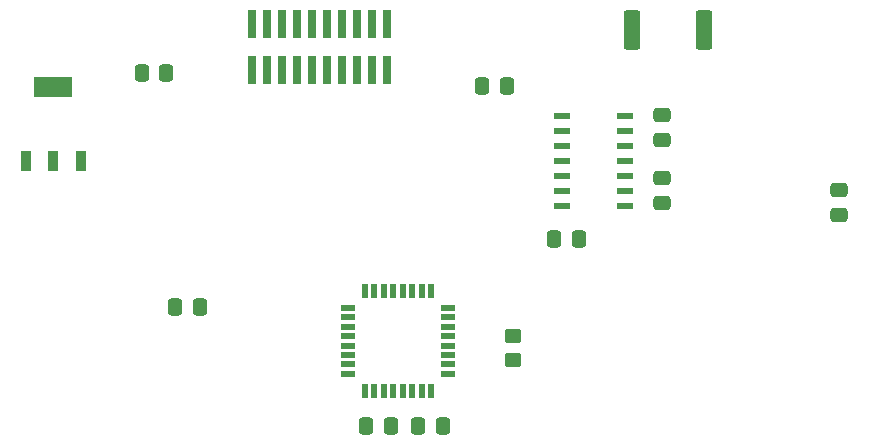
<source format=gtp>
G04 #@! TF.GenerationSoftware,KiCad,Pcbnew,8.0.6*
G04 #@! TF.CreationDate,2025-01-19T13:54:33-05:00*
G04 #@! TF.ProjectId,RA2E1-CAN-Rev2,52413245-312d-4434-914e-2d526576322e,rev?*
G04 #@! TF.SameCoordinates,Original*
G04 #@! TF.FileFunction,Paste,Top*
G04 #@! TF.FilePolarity,Positive*
%FSLAX46Y46*%
G04 Gerber Fmt 4.6, Leading zero omitted, Abs format (unit mm)*
G04 Created by KiCad (PCBNEW 8.0.6) date 2025-01-19 13:54:33*
%MOMM*%
%LPD*%
G01*
G04 APERTURE LIST*
G04 Aperture macros list*
%AMRoundRect*
0 Rectangle with rounded corners*
0 $1 Rounding radius*
0 $2 $3 $4 $5 $6 $7 $8 $9 X,Y pos of 4 corners*
0 Add a 4 corners polygon primitive as box body*
4,1,4,$2,$3,$4,$5,$6,$7,$8,$9,$2,$3,0*
0 Add four circle primitives for the rounded corners*
1,1,$1+$1,$2,$3*
1,1,$1+$1,$4,$5*
1,1,$1+$1,$6,$7*
1,1,$1+$1,$8,$9*
0 Add four rect primitives between the rounded corners*
20,1,$1+$1,$2,$3,$4,$5,0*
20,1,$1+$1,$4,$5,$6,$7,0*
20,1,$1+$1,$6,$7,$8,$9,0*
20,1,$1+$1,$8,$9,$2,$3,0*%
G04 Aperture macros list end*
%ADD10R,0.500000X1.200000*%
%ADD11R,1.200000X0.500000*%
%ADD12RoundRect,0.250000X-0.450000X0.350000X-0.450000X-0.350000X0.450000X-0.350000X0.450000X0.350000X0*%
%ADD13RoundRect,0.250000X-0.337500X-0.475000X0.337500X-0.475000X0.337500X0.475000X-0.337500X0.475000X0*%
%ADD14R,1.397000X0.558800*%
%ADD15R,0.950000X1.750000*%
%ADD16R,3.200000X1.750000*%
%ADD17RoundRect,0.250000X0.475000X-0.337500X0.475000X0.337500X-0.475000X0.337500X-0.475000X-0.337500X0*%
%ADD18R,0.740000X2.400000*%
%ADD19RoundRect,0.250000X-0.475000X0.337500X-0.475000X-0.337500X0.475000X-0.337500X0.475000X0.337500X0*%
%ADD20RoundRect,0.249999X-0.450001X-1.425001X0.450001X-1.425001X0.450001X1.425001X-0.450001X1.425001X0*%
G04 APERTURE END LIST*
D10*
X107900000Y-60500000D03*
X108700000Y-60500000D03*
X109500000Y-60500000D03*
X110300000Y-60500000D03*
X111100000Y-60500000D03*
X111900000Y-60500000D03*
X112700000Y-60500000D03*
X113500000Y-60500000D03*
D11*
X114950000Y-59050000D03*
X114950000Y-58250000D03*
X114950000Y-57450000D03*
X114950000Y-56650000D03*
X114950000Y-55850000D03*
X114950000Y-55050000D03*
X114950000Y-54250000D03*
X114950000Y-53450000D03*
D10*
X113500000Y-52000000D03*
X112700000Y-52000000D03*
X111900000Y-52000000D03*
X111100000Y-52000000D03*
X110300000Y-52000000D03*
X109500000Y-52000000D03*
X108700000Y-52000000D03*
X107900000Y-52000000D03*
D11*
X106450000Y-53450000D03*
X106450000Y-54250000D03*
X106450000Y-55050000D03*
X106450000Y-55850000D03*
X106450000Y-56650000D03*
X106450000Y-57450000D03*
X106450000Y-58250000D03*
X106450000Y-59050000D03*
D12*
X120450000Y-55850000D03*
X120450000Y-57850000D03*
D13*
X112412500Y-63450000D03*
X114487500Y-63450000D03*
D14*
X124599700Y-37188000D03*
X124599700Y-38458000D03*
X124599700Y-39728000D03*
X124599700Y-40998000D03*
X124599700Y-42268000D03*
X124599700Y-43538000D03*
X124599700Y-44808000D03*
X129908300Y-44808000D03*
X129908300Y-43538000D03*
X129908300Y-42268000D03*
X129908300Y-40998000D03*
X129908300Y-39728000D03*
X129908300Y-38458000D03*
X129908300Y-37188000D03*
D13*
X123930500Y-47602000D03*
X126005500Y-47602000D03*
D15*
X79232400Y-41050000D03*
X81532400Y-41050000D03*
X83832400Y-41050000D03*
D16*
X81532400Y-34750000D03*
D17*
X148082000Y-45591500D03*
X148082000Y-43516500D03*
D13*
X88994900Y-33600000D03*
X91069900Y-33600000D03*
D18*
X109780000Y-29450000D03*
X109780000Y-33350000D03*
X108510000Y-29450000D03*
X108510000Y-33350000D03*
X107240000Y-29450000D03*
X107240000Y-33350000D03*
X105970000Y-29450000D03*
X105970000Y-33350000D03*
X104700000Y-29450000D03*
X104700000Y-33350000D03*
X103430000Y-29450000D03*
X103430000Y-33350000D03*
X102160000Y-29450000D03*
X102160000Y-33350000D03*
X100890000Y-29450000D03*
X100890000Y-33350000D03*
X99620000Y-29450000D03*
X99620000Y-33350000D03*
X98350000Y-29450000D03*
X98350000Y-33350000D03*
D19*
X133096000Y-42500500D03*
X133096000Y-44575500D03*
D13*
X117834500Y-34648000D03*
X119909500Y-34648000D03*
D19*
X133096000Y-37166500D03*
X133096000Y-39241500D03*
D13*
X91862500Y-53400000D03*
X93937500Y-53400000D03*
X108012500Y-63450000D03*
X110087500Y-63450000D03*
D20*
X130527000Y-29923000D03*
X136627000Y-29923000D03*
M02*

</source>
